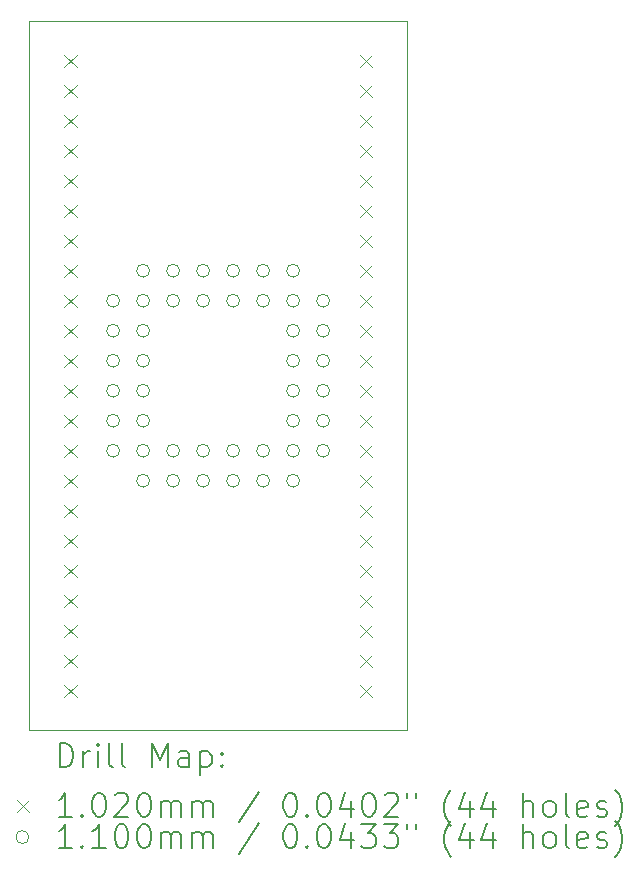
<source format=gbr>
%TF.GenerationSoftware,KiCad,Pcbnew,8.0.5*%
%TF.CreationDate,2024-10-23T12:28:58+01:00*%
%TF.ProjectId,PLCC to DIP 44 True,504c4343-2074-46f2-9044-495020343420,rev?*%
%TF.SameCoordinates,Original*%
%TF.FileFunction,Drillmap*%
%TF.FilePolarity,Positive*%
%FSLAX45Y45*%
G04 Gerber Fmt 4.5, Leading zero omitted, Abs format (unit mm)*
G04 Created by KiCad (PCBNEW 8.0.5) date 2024-10-23 12:28:58*
%MOMM*%
%LPD*%
G01*
G04 APERTURE LIST*
%ADD10C,0.050000*%
%ADD11C,0.200000*%
%ADD12C,0.102000*%
%ADD13C,0.110000*%
G04 APERTURE END LIST*
D10*
X11400000Y-5300000D02*
X14600000Y-5300000D01*
X14600000Y-11300000D01*
X11400000Y-11300000D01*
X11400000Y-5300000D01*
X11400000Y-5300000D02*
X14600000Y-5300000D01*
X14600000Y-11300000D01*
X11400000Y-11300000D01*
X11400000Y-5300000D01*
D11*
D12*
X11699000Y-5582000D02*
X11801000Y-5684000D01*
X11801000Y-5582000D02*
X11699000Y-5684000D01*
X11699000Y-5836000D02*
X11801000Y-5938000D01*
X11801000Y-5836000D02*
X11699000Y-5938000D01*
X11699000Y-6090000D02*
X11801000Y-6192000D01*
X11801000Y-6090000D02*
X11699000Y-6192000D01*
X11699000Y-6344000D02*
X11801000Y-6446000D01*
X11801000Y-6344000D02*
X11699000Y-6446000D01*
X11699000Y-6598000D02*
X11801000Y-6700000D01*
X11801000Y-6598000D02*
X11699000Y-6700000D01*
X11699000Y-6852000D02*
X11801000Y-6954000D01*
X11801000Y-6852000D02*
X11699000Y-6954000D01*
X11699000Y-7106000D02*
X11801000Y-7208000D01*
X11801000Y-7106000D02*
X11699000Y-7208000D01*
X11699000Y-7360000D02*
X11801000Y-7462000D01*
X11801000Y-7360000D02*
X11699000Y-7462000D01*
X11699000Y-7614000D02*
X11801000Y-7716000D01*
X11801000Y-7614000D02*
X11699000Y-7716000D01*
X11699000Y-7868000D02*
X11801000Y-7970000D01*
X11801000Y-7868000D02*
X11699000Y-7970000D01*
X11699000Y-8122000D02*
X11801000Y-8224000D01*
X11801000Y-8122000D02*
X11699000Y-8224000D01*
X11699000Y-8376000D02*
X11801000Y-8478000D01*
X11801000Y-8376000D02*
X11699000Y-8478000D01*
X11699000Y-8630000D02*
X11801000Y-8732000D01*
X11801000Y-8630000D02*
X11699000Y-8732000D01*
X11699000Y-8884000D02*
X11801000Y-8986000D01*
X11801000Y-8884000D02*
X11699000Y-8986000D01*
X11699000Y-9138000D02*
X11801000Y-9240000D01*
X11801000Y-9138000D02*
X11699000Y-9240000D01*
X11699000Y-9392000D02*
X11801000Y-9494000D01*
X11801000Y-9392000D02*
X11699000Y-9494000D01*
X11699000Y-9646000D02*
X11801000Y-9748000D01*
X11801000Y-9646000D02*
X11699000Y-9748000D01*
X11699000Y-9900000D02*
X11801000Y-10002000D01*
X11801000Y-9900000D02*
X11699000Y-10002000D01*
X11699000Y-10154000D02*
X11801000Y-10256000D01*
X11801000Y-10154000D02*
X11699000Y-10256000D01*
X11699000Y-10408000D02*
X11801000Y-10510000D01*
X11801000Y-10408000D02*
X11699000Y-10510000D01*
X11699000Y-10662000D02*
X11801000Y-10764000D01*
X11801000Y-10662000D02*
X11699000Y-10764000D01*
X11699000Y-10916000D02*
X11801000Y-11018000D01*
X11801000Y-10916000D02*
X11699000Y-11018000D01*
X14199000Y-5582000D02*
X14301000Y-5684000D01*
X14301000Y-5582000D02*
X14199000Y-5684000D01*
X14199000Y-5836000D02*
X14301000Y-5938000D01*
X14301000Y-5836000D02*
X14199000Y-5938000D01*
X14199000Y-6090000D02*
X14301000Y-6192000D01*
X14301000Y-6090000D02*
X14199000Y-6192000D01*
X14199000Y-6344000D02*
X14301000Y-6446000D01*
X14301000Y-6344000D02*
X14199000Y-6446000D01*
X14199000Y-6598000D02*
X14301000Y-6700000D01*
X14301000Y-6598000D02*
X14199000Y-6700000D01*
X14199000Y-6852000D02*
X14301000Y-6954000D01*
X14301000Y-6852000D02*
X14199000Y-6954000D01*
X14199000Y-7106000D02*
X14301000Y-7208000D01*
X14301000Y-7106000D02*
X14199000Y-7208000D01*
X14199000Y-7360000D02*
X14301000Y-7462000D01*
X14301000Y-7360000D02*
X14199000Y-7462000D01*
X14199000Y-7614000D02*
X14301000Y-7716000D01*
X14301000Y-7614000D02*
X14199000Y-7716000D01*
X14199000Y-7868000D02*
X14301000Y-7970000D01*
X14301000Y-7868000D02*
X14199000Y-7970000D01*
X14199000Y-8122000D02*
X14301000Y-8224000D01*
X14301000Y-8122000D02*
X14199000Y-8224000D01*
X14199000Y-8376000D02*
X14301000Y-8478000D01*
X14301000Y-8376000D02*
X14199000Y-8478000D01*
X14199000Y-8630000D02*
X14301000Y-8732000D01*
X14301000Y-8630000D02*
X14199000Y-8732000D01*
X14199000Y-8884000D02*
X14301000Y-8986000D01*
X14301000Y-8884000D02*
X14199000Y-8986000D01*
X14199000Y-9138000D02*
X14301000Y-9240000D01*
X14301000Y-9138000D02*
X14199000Y-9240000D01*
X14199000Y-9392000D02*
X14301000Y-9494000D01*
X14301000Y-9392000D02*
X14199000Y-9494000D01*
X14199000Y-9646000D02*
X14301000Y-9748000D01*
X14301000Y-9646000D02*
X14199000Y-9748000D01*
X14199000Y-9900000D02*
X14301000Y-10002000D01*
X14301000Y-9900000D02*
X14199000Y-10002000D01*
X14199000Y-10154000D02*
X14301000Y-10256000D01*
X14301000Y-10154000D02*
X14199000Y-10256000D01*
X14199000Y-10408000D02*
X14301000Y-10510000D01*
X14301000Y-10408000D02*
X14199000Y-10510000D01*
X14199000Y-10662000D02*
X14301000Y-10764000D01*
X14301000Y-10662000D02*
X14199000Y-10764000D01*
X14199000Y-10916000D02*
X14301000Y-11018000D01*
X14301000Y-10916000D02*
X14199000Y-11018000D01*
D13*
X12166000Y-7665000D02*
G75*
G02*
X12056000Y-7665000I-55000J0D01*
G01*
X12056000Y-7665000D02*
G75*
G02*
X12166000Y-7665000I55000J0D01*
G01*
X12166000Y-7919000D02*
G75*
G02*
X12056000Y-7919000I-55000J0D01*
G01*
X12056000Y-7919000D02*
G75*
G02*
X12166000Y-7919000I55000J0D01*
G01*
X12166000Y-8173000D02*
G75*
G02*
X12056000Y-8173000I-55000J0D01*
G01*
X12056000Y-8173000D02*
G75*
G02*
X12166000Y-8173000I55000J0D01*
G01*
X12166000Y-8427000D02*
G75*
G02*
X12056000Y-8427000I-55000J0D01*
G01*
X12056000Y-8427000D02*
G75*
G02*
X12166000Y-8427000I55000J0D01*
G01*
X12166000Y-8681000D02*
G75*
G02*
X12056000Y-8681000I-55000J0D01*
G01*
X12056000Y-8681000D02*
G75*
G02*
X12166000Y-8681000I55000J0D01*
G01*
X12166000Y-8935000D02*
G75*
G02*
X12056000Y-8935000I-55000J0D01*
G01*
X12056000Y-8935000D02*
G75*
G02*
X12166000Y-8935000I55000J0D01*
G01*
X12420000Y-7411000D02*
G75*
G02*
X12310000Y-7411000I-55000J0D01*
G01*
X12310000Y-7411000D02*
G75*
G02*
X12420000Y-7411000I55000J0D01*
G01*
X12420000Y-7665000D02*
G75*
G02*
X12310000Y-7665000I-55000J0D01*
G01*
X12310000Y-7665000D02*
G75*
G02*
X12420000Y-7665000I55000J0D01*
G01*
X12420000Y-7919000D02*
G75*
G02*
X12310000Y-7919000I-55000J0D01*
G01*
X12310000Y-7919000D02*
G75*
G02*
X12420000Y-7919000I55000J0D01*
G01*
X12420000Y-8173000D02*
G75*
G02*
X12310000Y-8173000I-55000J0D01*
G01*
X12310000Y-8173000D02*
G75*
G02*
X12420000Y-8173000I55000J0D01*
G01*
X12420000Y-8427000D02*
G75*
G02*
X12310000Y-8427000I-55000J0D01*
G01*
X12310000Y-8427000D02*
G75*
G02*
X12420000Y-8427000I55000J0D01*
G01*
X12420000Y-8681000D02*
G75*
G02*
X12310000Y-8681000I-55000J0D01*
G01*
X12310000Y-8681000D02*
G75*
G02*
X12420000Y-8681000I55000J0D01*
G01*
X12420000Y-8935000D02*
G75*
G02*
X12310000Y-8935000I-55000J0D01*
G01*
X12310000Y-8935000D02*
G75*
G02*
X12420000Y-8935000I55000J0D01*
G01*
X12420000Y-9189000D02*
G75*
G02*
X12310000Y-9189000I-55000J0D01*
G01*
X12310000Y-9189000D02*
G75*
G02*
X12420000Y-9189000I55000J0D01*
G01*
X12674000Y-7411000D02*
G75*
G02*
X12564000Y-7411000I-55000J0D01*
G01*
X12564000Y-7411000D02*
G75*
G02*
X12674000Y-7411000I55000J0D01*
G01*
X12674000Y-7665000D02*
G75*
G02*
X12564000Y-7665000I-55000J0D01*
G01*
X12564000Y-7665000D02*
G75*
G02*
X12674000Y-7665000I55000J0D01*
G01*
X12674000Y-8935000D02*
G75*
G02*
X12564000Y-8935000I-55000J0D01*
G01*
X12564000Y-8935000D02*
G75*
G02*
X12674000Y-8935000I55000J0D01*
G01*
X12674000Y-9189000D02*
G75*
G02*
X12564000Y-9189000I-55000J0D01*
G01*
X12564000Y-9189000D02*
G75*
G02*
X12674000Y-9189000I55000J0D01*
G01*
X12928000Y-7411000D02*
G75*
G02*
X12818000Y-7411000I-55000J0D01*
G01*
X12818000Y-7411000D02*
G75*
G02*
X12928000Y-7411000I55000J0D01*
G01*
X12928000Y-7665000D02*
G75*
G02*
X12818000Y-7665000I-55000J0D01*
G01*
X12818000Y-7665000D02*
G75*
G02*
X12928000Y-7665000I55000J0D01*
G01*
X12928000Y-8935000D02*
G75*
G02*
X12818000Y-8935000I-55000J0D01*
G01*
X12818000Y-8935000D02*
G75*
G02*
X12928000Y-8935000I55000J0D01*
G01*
X12928000Y-9189000D02*
G75*
G02*
X12818000Y-9189000I-55000J0D01*
G01*
X12818000Y-9189000D02*
G75*
G02*
X12928000Y-9189000I55000J0D01*
G01*
X13182000Y-7411000D02*
G75*
G02*
X13072000Y-7411000I-55000J0D01*
G01*
X13072000Y-7411000D02*
G75*
G02*
X13182000Y-7411000I55000J0D01*
G01*
X13182000Y-7665000D02*
G75*
G02*
X13072000Y-7665000I-55000J0D01*
G01*
X13072000Y-7665000D02*
G75*
G02*
X13182000Y-7665000I55000J0D01*
G01*
X13182000Y-8935000D02*
G75*
G02*
X13072000Y-8935000I-55000J0D01*
G01*
X13072000Y-8935000D02*
G75*
G02*
X13182000Y-8935000I55000J0D01*
G01*
X13182000Y-9189000D02*
G75*
G02*
X13072000Y-9189000I-55000J0D01*
G01*
X13072000Y-9189000D02*
G75*
G02*
X13182000Y-9189000I55000J0D01*
G01*
X13436000Y-7411000D02*
G75*
G02*
X13326000Y-7411000I-55000J0D01*
G01*
X13326000Y-7411000D02*
G75*
G02*
X13436000Y-7411000I55000J0D01*
G01*
X13436000Y-7665000D02*
G75*
G02*
X13326000Y-7665000I-55000J0D01*
G01*
X13326000Y-7665000D02*
G75*
G02*
X13436000Y-7665000I55000J0D01*
G01*
X13436000Y-8935000D02*
G75*
G02*
X13326000Y-8935000I-55000J0D01*
G01*
X13326000Y-8935000D02*
G75*
G02*
X13436000Y-8935000I55000J0D01*
G01*
X13436000Y-9189000D02*
G75*
G02*
X13326000Y-9189000I-55000J0D01*
G01*
X13326000Y-9189000D02*
G75*
G02*
X13436000Y-9189000I55000J0D01*
G01*
X13690000Y-7411000D02*
G75*
G02*
X13580000Y-7411000I-55000J0D01*
G01*
X13580000Y-7411000D02*
G75*
G02*
X13690000Y-7411000I55000J0D01*
G01*
X13690000Y-7665000D02*
G75*
G02*
X13580000Y-7665000I-55000J0D01*
G01*
X13580000Y-7665000D02*
G75*
G02*
X13690000Y-7665000I55000J0D01*
G01*
X13690000Y-7919000D02*
G75*
G02*
X13580000Y-7919000I-55000J0D01*
G01*
X13580000Y-7919000D02*
G75*
G02*
X13690000Y-7919000I55000J0D01*
G01*
X13690000Y-8173000D02*
G75*
G02*
X13580000Y-8173000I-55000J0D01*
G01*
X13580000Y-8173000D02*
G75*
G02*
X13690000Y-8173000I55000J0D01*
G01*
X13690000Y-8427000D02*
G75*
G02*
X13580000Y-8427000I-55000J0D01*
G01*
X13580000Y-8427000D02*
G75*
G02*
X13690000Y-8427000I55000J0D01*
G01*
X13690000Y-8681000D02*
G75*
G02*
X13580000Y-8681000I-55000J0D01*
G01*
X13580000Y-8681000D02*
G75*
G02*
X13690000Y-8681000I55000J0D01*
G01*
X13690000Y-8935000D02*
G75*
G02*
X13580000Y-8935000I-55000J0D01*
G01*
X13580000Y-8935000D02*
G75*
G02*
X13690000Y-8935000I55000J0D01*
G01*
X13690000Y-9189000D02*
G75*
G02*
X13580000Y-9189000I-55000J0D01*
G01*
X13580000Y-9189000D02*
G75*
G02*
X13690000Y-9189000I55000J0D01*
G01*
X13944000Y-7665000D02*
G75*
G02*
X13834000Y-7665000I-55000J0D01*
G01*
X13834000Y-7665000D02*
G75*
G02*
X13944000Y-7665000I55000J0D01*
G01*
X13944000Y-7919000D02*
G75*
G02*
X13834000Y-7919000I-55000J0D01*
G01*
X13834000Y-7919000D02*
G75*
G02*
X13944000Y-7919000I55000J0D01*
G01*
X13944000Y-8173000D02*
G75*
G02*
X13834000Y-8173000I-55000J0D01*
G01*
X13834000Y-8173000D02*
G75*
G02*
X13944000Y-8173000I55000J0D01*
G01*
X13944000Y-8427000D02*
G75*
G02*
X13834000Y-8427000I-55000J0D01*
G01*
X13834000Y-8427000D02*
G75*
G02*
X13944000Y-8427000I55000J0D01*
G01*
X13944000Y-8681000D02*
G75*
G02*
X13834000Y-8681000I-55000J0D01*
G01*
X13834000Y-8681000D02*
G75*
G02*
X13944000Y-8681000I55000J0D01*
G01*
X13944000Y-8935000D02*
G75*
G02*
X13834000Y-8935000I-55000J0D01*
G01*
X13834000Y-8935000D02*
G75*
G02*
X13944000Y-8935000I55000J0D01*
G01*
D11*
X11658277Y-11613984D02*
X11658277Y-11413984D01*
X11658277Y-11413984D02*
X11705896Y-11413984D01*
X11705896Y-11413984D02*
X11734467Y-11423508D01*
X11734467Y-11423508D02*
X11753515Y-11442555D01*
X11753515Y-11442555D02*
X11763039Y-11461603D01*
X11763039Y-11461603D02*
X11772562Y-11499698D01*
X11772562Y-11499698D02*
X11772562Y-11528269D01*
X11772562Y-11528269D02*
X11763039Y-11566365D01*
X11763039Y-11566365D02*
X11753515Y-11585412D01*
X11753515Y-11585412D02*
X11734467Y-11604460D01*
X11734467Y-11604460D02*
X11705896Y-11613984D01*
X11705896Y-11613984D02*
X11658277Y-11613984D01*
X11858277Y-11613984D02*
X11858277Y-11480650D01*
X11858277Y-11518746D02*
X11867801Y-11499698D01*
X11867801Y-11499698D02*
X11877324Y-11490174D01*
X11877324Y-11490174D02*
X11896372Y-11480650D01*
X11896372Y-11480650D02*
X11915420Y-11480650D01*
X11982086Y-11613984D02*
X11982086Y-11480650D01*
X11982086Y-11413984D02*
X11972562Y-11423508D01*
X11972562Y-11423508D02*
X11982086Y-11433031D01*
X11982086Y-11433031D02*
X11991610Y-11423508D01*
X11991610Y-11423508D02*
X11982086Y-11413984D01*
X11982086Y-11413984D02*
X11982086Y-11433031D01*
X12105896Y-11613984D02*
X12086848Y-11604460D01*
X12086848Y-11604460D02*
X12077324Y-11585412D01*
X12077324Y-11585412D02*
X12077324Y-11413984D01*
X12210658Y-11613984D02*
X12191610Y-11604460D01*
X12191610Y-11604460D02*
X12182086Y-11585412D01*
X12182086Y-11585412D02*
X12182086Y-11413984D01*
X12439229Y-11613984D02*
X12439229Y-11413984D01*
X12439229Y-11413984D02*
X12505896Y-11556841D01*
X12505896Y-11556841D02*
X12572562Y-11413984D01*
X12572562Y-11413984D02*
X12572562Y-11613984D01*
X12753515Y-11613984D02*
X12753515Y-11509222D01*
X12753515Y-11509222D02*
X12743991Y-11490174D01*
X12743991Y-11490174D02*
X12724943Y-11480650D01*
X12724943Y-11480650D02*
X12686848Y-11480650D01*
X12686848Y-11480650D02*
X12667801Y-11490174D01*
X12753515Y-11604460D02*
X12734467Y-11613984D01*
X12734467Y-11613984D02*
X12686848Y-11613984D01*
X12686848Y-11613984D02*
X12667801Y-11604460D01*
X12667801Y-11604460D02*
X12658277Y-11585412D01*
X12658277Y-11585412D02*
X12658277Y-11566365D01*
X12658277Y-11566365D02*
X12667801Y-11547317D01*
X12667801Y-11547317D02*
X12686848Y-11537793D01*
X12686848Y-11537793D02*
X12734467Y-11537793D01*
X12734467Y-11537793D02*
X12753515Y-11528269D01*
X12848753Y-11480650D02*
X12848753Y-11680650D01*
X12848753Y-11490174D02*
X12867801Y-11480650D01*
X12867801Y-11480650D02*
X12905896Y-11480650D01*
X12905896Y-11480650D02*
X12924943Y-11490174D01*
X12924943Y-11490174D02*
X12934467Y-11499698D01*
X12934467Y-11499698D02*
X12943991Y-11518746D01*
X12943991Y-11518746D02*
X12943991Y-11575888D01*
X12943991Y-11575888D02*
X12934467Y-11594936D01*
X12934467Y-11594936D02*
X12924943Y-11604460D01*
X12924943Y-11604460D02*
X12905896Y-11613984D01*
X12905896Y-11613984D02*
X12867801Y-11613984D01*
X12867801Y-11613984D02*
X12848753Y-11604460D01*
X13029705Y-11594936D02*
X13039229Y-11604460D01*
X13039229Y-11604460D02*
X13029705Y-11613984D01*
X13029705Y-11613984D02*
X13020182Y-11604460D01*
X13020182Y-11604460D02*
X13029705Y-11594936D01*
X13029705Y-11594936D02*
X13029705Y-11613984D01*
X13029705Y-11490174D02*
X13039229Y-11499698D01*
X13039229Y-11499698D02*
X13029705Y-11509222D01*
X13029705Y-11509222D02*
X13020182Y-11499698D01*
X13020182Y-11499698D02*
X13029705Y-11490174D01*
X13029705Y-11490174D02*
X13029705Y-11509222D01*
D12*
X11295500Y-11891500D02*
X11397500Y-11993500D01*
X11397500Y-11891500D02*
X11295500Y-11993500D01*
D11*
X11763039Y-12033984D02*
X11648753Y-12033984D01*
X11705896Y-12033984D02*
X11705896Y-11833984D01*
X11705896Y-11833984D02*
X11686848Y-11862555D01*
X11686848Y-11862555D02*
X11667801Y-11881603D01*
X11667801Y-11881603D02*
X11648753Y-11891127D01*
X11848753Y-12014936D02*
X11858277Y-12024460D01*
X11858277Y-12024460D02*
X11848753Y-12033984D01*
X11848753Y-12033984D02*
X11839229Y-12024460D01*
X11839229Y-12024460D02*
X11848753Y-12014936D01*
X11848753Y-12014936D02*
X11848753Y-12033984D01*
X11982086Y-11833984D02*
X12001134Y-11833984D01*
X12001134Y-11833984D02*
X12020182Y-11843508D01*
X12020182Y-11843508D02*
X12029705Y-11853031D01*
X12029705Y-11853031D02*
X12039229Y-11872079D01*
X12039229Y-11872079D02*
X12048753Y-11910174D01*
X12048753Y-11910174D02*
X12048753Y-11957793D01*
X12048753Y-11957793D02*
X12039229Y-11995888D01*
X12039229Y-11995888D02*
X12029705Y-12014936D01*
X12029705Y-12014936D02*
X12020182Y-12024460D01*
X12020182Y-12024460D02*
X12001134Y-12033984D01*
X12001134Y-12033984D02*
X11982086Y-12033984D01*
X11982086Y-12033984D02*
X11963039Y-12024460D01*
X11963039Y-12024460D02*
X11953515Y-12014936D01*
X11953515Y-12014936D02*
X11943991Y-11995888D01*
X11943991Y-11995888D02*
X11934467Y-11957793D01*
X11934467Y-11957793D02*
X11934467Y-11910174D01*
X11934467Y-11910174D02*
X11943991Y-11872079D01*
X11943991Y-11872079D02*
X11953515Y-11853031D01*
X11953515Y-11853031D02*
X11963039Y-11843508D01*
X11963039Y-11843508D02*
X11982086Y-11833984D01*
X12124943Y-11853031D02*
X12134467Y-11843508D01*
X12134467Y-11843508D02*
X12153515Y-11833984D01*
X12153515Y-11833984D02*
X12201134Y-11833984D01*
X12201134Y-11833984D02*
X12220182Y-11843508D01*
X12220182Y-11843508D02*
X12229705Y-11853031D01*
X12229705Y-11853031D02*
X12239229Y-11872079D01*
X12239229Y-11872079D02*
X12239229Y-11891127D01*
X12239229Y-11891127D02*
X12229705Y-11919698D01*
X12229705Y-11919698D02*
X12115420Y-12033984D01*
X12115420Y-12033984D02*
X12239229Y-12033984D01*
X12363039Y-11833984D02*
X12382086Y-11833984D01*
X12382086Y-11833984D02*
X12401134Y-11843508D01*
X12401134Y-11843508D02*
X12410658Y-11853031D01*
X12410658Y-11853031D02*
X12420182Y-11872079D01*
X12420182Y-11872079D02*
X12429705Y-11910174D01*
X12429705Y-11910174D02*
X12429705Y-11957793D01*
X12429705Y-11957793D02*
X12420182Y-11995888D01*
X12420182Y-11995888D02*
X12410658Y-12014936D01*
X12410658Y-12014936D02*
X12401134Y-12024460D01*
X12401134Y-12024460D02*
X12382086Y-12033984D01*
X12382086Y-12033984D02*
X12363039Y-12033984D01*
X12363039Y-12033984D02*
X12343991Y-12024460D01*
X12343991Y-12024460D02*
X12334467Y-12014936D01*
X12334467Y-12014936D02*
X12324943Y-11995888D01*
X12324943Y-11995888D02*
X12315420Y-11957793D01*
X12315420Y-11957793D02*
X12315420Y-11910174D01*
X12315420Y-11910174D02*
X12324943Y-11872079D01*
X12324943Y-11872079D02*
X12334467Y-11853031D01*
X12334467Y-11853031D02*
X12343991Y-11843508D01*
X12343991Y-11843508D02*
X12363039Y-11833984D01*
X12515420Y-12033984D02*
X12515420Y-11900650D01*
X12515420Y-11919698D02*
X12524943Y-11910174D01*
X12524943Y-11910174D02*
X12543991Y-11900650D01*
X12543991Y-11900650D02*
X12572563Y-11900650D01*
X12572563Y-11900650D02*
X12591610Y-11910174D01*
X12591610Y-11910174D02*
X12601134Y-11929222D01*
X12601134Y-11929222D02*
X12601134Y-12033984D01*
X12601134Y-11929222D02*
X12610658Y-11910174D01*
X12610658Y-11910174D02*
X12629705Y-11900650D01*
X12629705Y-11900650D02*
X12658277Y-11900650D01*
X12658277Y-11900650D02*
X12677324Y-11910174D01*
X12677324Y-11910174D02*
X12686848Y-11929222D01*
X12686848Y-11929222D02*
X12686848Y-12033984D01*
X12782086Y-12033984D02*
X12782086Y-11900650D01*
X12782086Y-11919698D02*
X12791610Y-11910174D01*
X12791610Y-11910174D02*
X12810658Y-11900650D01*
X12810658Y-11900650D02*
X12839229Y-11900650D01*
X12839229Y-11900650D02*
X12858277Y-11910174D01*
X12858277Y-11910174D02*
X12867801Y-11929222D01*
X12867801Y-11929222D02*
X12867801Y-12033984D01*
X12867801Y-11929222D02*
X12877324Y-11910174D01*
X12877324Y-11910174D02*
X12896372Y-11900650D01*
X12896372Y-11900650D02*
X12924943Y-11900650D01*
X12924943Y-11900650D02*
X12943991Y-11910174D01*
X12943991Y-11910174D02*
X12953515Y-11929222D01*
X12953515Y-11929222D02*
X12953515Y-12033984D01*
X13343991Y-11824460D02*
X13172563Y-12081603D01*
X13601134Y-11833984D02*
X13620182Y-11833984D01*
X13620182Y-11833984D02*
X13639229Y-11843508D01*
X13639229Y-11843508D02*
X13648753Y-11853031D01*
X13648753Y-11853031D02*
X13658277Y-11872079D01*
X13658277Y-11872079D02*
X13667801Y-11910174D01*
X13667801Y-11910174D02*
X13667801Y-11957793D01*
X13667801Y-11957793D02*
X13658277Y-11995888D01*
X13658277Y-11995888D02*
X13648753Y-12014936D01*
X13648753Y-12014936D02*
X13639229Y-12024460D01*
X13639229Y-12024460D02*
X13620182Y-12033984D01*
X13620182Y-12033984D02*
X13601134Y-12033984D01*
X13601134Y-12033984D02*
X13582086Y-12024460D01*
X13582086Y-12024460D02*
X13572563Y-12014936D01*
X13572563Y-12014936D02*
X13563039Y-11995888D01*
X13563039Y-11995888D02*
X13553515Y-11957793D01*
X13553515Y-11957793D02*
X13553515Y-11910174D01*
X13553515Y-11910174D02*
X13563039Y-11872079D01*
X13563039Y-11872079D02*
X13572563Y-11853031D01*
X13572563Y-11853031D02*
X13582086Y-11843508D01*
X13582086Y-11843508D02*
X13601134Y-11833984D01*
X13753515Y-12014936D02*
X13763039Y-12024460D01*
X13763039Y-12024460D02*
X13753515Y-12033984D01*
X13753515Y-12033984D02*
X13743991Y-12024460D01*
X13743991Y-12024460D02*
X13753515Y-12014936D01*
X13753515Y-12014936D02*
X13753515Y-12033984D01*
X13886848Y-11833984D02*
X13905896Y-11833984D01*
X13905896Y-11833984D02*
X13924944Y-11843508D01*
X13924944Y-11843508D02*
X13934467Y-11853031D01*
X13934467Y-11853031D02*
X13943991Y-11872079D01*
X13943991Y-11872079D02*
X13953515Y-11910174D01*
X13953515Y-11910174D02*
X13953515Y-11957793D01*
X13953515Y-11957793D02*
X13943991Y-11995888D01*
X13943991Y-11995888D02*
X13934467Y-12014936D01*
X13934467Y-12014936D02*
X13924944Y-12024460D01*
X13924944Y-12024460D02*
X13905896Y-12033984D01*
X13905896Y-12033984D02*
X13886848Y-12033984D01*
X13886848Y-12033984D02*
X13867801Y-12024460D01*
X13867801Y-12024460D02*
X13858277Y-12014936D01*
X13858277Y-12014936D02*
X13848753Y-11995888D01*
X13848753Y-11995888D02*
X13839229Y-11957793D01*
X13839229Y-11957793D02*
X13839229Y-11910174D01*
X13839229Y-11910174D02*
X13848753Y-11872079D01*
X13848753Y-11872079D02*
X13858277Y-11853031D01*
X13858277Y-11853031D02*
X13867801Y-11843508D01*
X13867801Y-11843508D02*
X13886848Y-11833984D01*
X14124944Y-11900650D02*
X14124944Y-12033984D01*
X14077325Y-11824460D02*
X14029706Y-11967317D01*
X14029706Y-11967317D02*
X14153515Y-11967317D01*
X14267801Y-11833984D02*
X14286848Y-11833984D01*
X14286848Y-11833984D02*
X14305896Y-11843508D01*
X14305896Y-11843508D02*
X14315420Y-11853031D01*
X14315420Y-11853031D02*
X14324944Y-11872079D01*
X14324944Y-11872079D02*
X14334467Y-11910174D01*
X14334467Y-11910174D02*
X14334467Y-11957793D01*
X14334467Y-11957793D02*
X14324944Y-11995888D01*
X14324944Y-11995888D02*
X14315420Y-12014936D01*
X14315420Y-12014936D02*
X14305896Y-12024460D01*
X14305896Y-12024460D02*
X14286848Y-12033984D01*
X14286848Y-12033984D02*
X14267801Y-12033984D01*
X14267801Y-12033984D02*
X14248753Y-12024460D01*
X14248753Y-12024460D02*
X14239229Y-12014936D01*
X14239229Y-12014936D02*
X14229706Y-11995888D01*
X14229706Y-11995888D02*
X14220182Y-11957793D01*
X14220182Y-11957793D02*
X14220182Y-11910174D01*
X14220182Y-11910174D02*
X14229706Y-11872079D01*
X14229706Y-11872079D02*
X14239229Y-11853031D01*
X14239229Y-11853031D02*
X14248753Y-11843508D01*
X14248753Y-11843508D02*
X14267801Y-11833984D01*
X14410658Y-11853031D02*
X14420182Y-11843508D01*
X14420182Y-11843508D02*
X14439229Y-11833984D01*
X14439229Y-11833984D02*
X14486848Y-11833984D01*
X14486848Y-11833984D02*
X14505896Y-11843508D01*
X14505896Y-11843508D02*
X14515420Y-11853031D01*
X14515420Y-11853031D02*
X14524944Y-11872079D01*
X14524944Y-11872079D02*
X14524944Y-11891127D01*
X14524944Y-11891127D02*
X14515420Y-11919698D01*
X14515420Y-11919698D02*
X14401134Y-12033984D01*
X14401134Y-12033984D02*
X14524944Y-12033984D01*
X14601134Y-11833984D02*
X14601134Y-11872079D01*
X14677325Y-11833984D02*
X14677325Y-11872079D01*
X14972563Y-12110174D02*
X14963039Y-12100650D01*
X14963039Y-12100650D02*
X14943991Y-12072079D01*
X14943991Y-12072079D02*
X14934468Y-12053031D01*
X14934468Y-12053031D02*
X14924944Y-12024460D01*
X14924944Y-12024460D02*
X14915420Y-11976841D01*
X14915420Y-11976841D02*
X14915420Y-11938746D01*
X14915420Y-11938746D02*
X14924944Y-11891127D01*
X14924944Y-11891127D02*
X14934468Y-11862555D01*
X14934468Y-11862555D02*
X14943991Y-11843508D01*
X14943991Y-11843508D02*
X14963039Y-11814936D01*
X14963039Y-11814936D02*
X14972563Y-11805412D01*
X15134468Y-11900650D02*
X15134468Y-12033984D01*
X15086848Y-11824460D02*
X15039229Y-11967317D01*
X15039229Y-11967317D02*
X15163039Y-11967317D01*
X15324944Y-11900650D02*
X15324944Y-12033984D01*
X15277325Y-11824460D02*
X15229706Y-11967317D01*
X15229706Y-11967317D02*
X15353515Y-11967317D01*
X15582087Y-12033984D02*
X15582087Y-11833984D01*
X15667801Y-12033984D02*
X15667801Y-11929222D01*
X15667801Y-11929222D02*
X15658277Y-11910174D01*
X15658277Y-11910174D02*
X15639230Y-11900650D01*
X15639230Y-11900650D02*
X15610658Y-11900650D01*
X15610658Y-11900650D02*
X15591610Y-11910174D01*
X15591610Y-11910174D02*
X15582087Y-11919698D01*
X15791610Y-12033984D02*
X15772563Y-12024460D01*
X15772563Y-12024460D02*
X15763039Y-12014936D01*
X15763039Y-12014936D02*
X15753515Y-11995888D01*
X15753515Y-11995888D02*
X15753515Y-11938746D01*
X15753515Y-11938746D02*
X15763039Y-11919698D01*
X15763039Y-11919698D02*
X15772563Y-11910174D01*
X15772563Y-11910174D02*
X15791610Y-11900650D01*
X15791610Y-11900650D02*
X15820182Y-11900650D01*
X15820182Y-11900650D02*
X15839230Y-11910174D01*
X15839230Y-11910174D02*
X15848753Y-11919698D01*
X15848753Y-11919698D02*
X15858277Y-11938746D01*
X15858277Y-11938746D02*
X15858277Y-11995888D01*
X15858277Y-11995888D02*
X15848753Y-12014936D01*
X15848753Y-12014936D02*
X15839230Y-12024460D01*
X15839230Y-12024460D02*
X15820182Y-12033984D01*
X15820182Y-12033984D02*
X15791610Y-12033984D01*
X15972563Y-12033984D02*
X15953515Y-12024460D01*
X15953515Y-12024460D02*
X15943991Y-12005412D01*
X15943991Y-12005412D02*
X15943991Y-11833984D01*
X16124944Y-12024460D02*
X16105896Y-12033984D01*
X16105896Y-12033984D02*
X16067801Y-12033984D01*
X16067801Y-12033984D02*
X16048753Y-12024460D01*
X16048753Y-12024460D02*
X16039230Y-12005412D01*
X16039230Y-12005412D02*
X16039230Y-11929222D01*
X16039230Y-11929222D02*
X16048753Y-11910174D01*
X16048753Y-11910174D02*
X16067801Y-11900650D01*
X16067801Y-11900650D02*
X16105896Y-11900650D01*
X16105896Y-11900650D02*
X16124944Y-11910174D01*
X16124944Y-11910174D02*
X16134468Y-11929222D01*
X16134468Y-11929222D02*
X16134468Y-11948269D01*
X16134468Y-11948269D02*
X16039230Y-11967317D01*
X16210658Y-12024460D02*
X16229706Y-12033984D01*
X16229706Y-12033984D02*
X16267801Y-12033984D01*
X16267801Y-12033984D02*
X16286849Y-12024460D01*
X16286849Y-12024460D02*
X16296372Y-12005412D01*
X16296372Y-12005412D02*
X16296372Y-11995888D01*
X16296372Y-11995888D02*
X16286849Y-11976841D01*
X16286849Y-11976841D02*
X16267801Y-11967317D01*
X16267801Y-11967317D02*
X16239230Y-11967317D01*
X16239230Y-11967317D02*
X16220182Y-11957793D01*
X16220182Y-11957793D02*
X16210658Y-11938746D01*
X16210658Y-11938746D02*
X16210658Y-11929222D01*
X16210658Y-11929222D02*
X16220182Y-11910174D01*
X16220182Y-11910174D02*
X16239230Y-11900650D01*
X16239230Y-11900650D02*
X16267801Y-11900650D01*
X16267801Y-11900650D02*
X16286849Y-11910174D01*
X16363039Y-12110174D02*
X16372563Y-12100650D01*
X16372563Y-12100650D02*
X16391611Y-12072079D01*
X16391611Y-12072079D02*
X16401134Y-12053031D01*
X16401134Y-12053031D02*
X16410658Y-12024460D01*
X16410658Y-12024460D02*
X16420182Y-11976841D01*
X16420182Y-11976841D02*
X16420182Y-11938746D01*
X16420182Y-11938746D02*
X16410658Y-11891127D01*
X16410658Y-11891127D02*
X16401134Y-11862555D01*
X16401134Y-11862555D02*
X16391611Y-11843508D01*
X16391611Y-11843508D02*
X16372563Y-11814936D01*
X16372563Y-11814936D02*
X16363039Y-11805412D01*
D13*
X11397500Y-12206500D02*
G75*
G02*
X11287500Y-12206500I-55000J0D01*
G01*
X11287500Y-12206500D02*
G75*
G02*
X11397500Y-12206500I55000J0D01*
G01*
D11*
X11763039Y-12297984D02*
X11648753Y-12297984D01*
X11705896Y-12297984D02*
X11705896Y-12097984D01*
X11705896Y-12097984D02*
X11686848Y-12126555D01*
X11686848Y-12126555D02*
X11667801Y-12145603D01*
X11667801Y-12145603D02*
X11648753Y-12155127D01*
X11848753Y-12278936D02*
X11858277Y-12288460D01*
X11858277Y-12288460D02*
X11848753Y-12297984D01*
X11848753Y-12297984D02*
X11839229Y-12288460D01*
X11839229Y-12288460D02*
X11848753Y-12278936D01*
X11848753Y-12278936D02*
X11848753Y-12297984D01*
X12048753Y-12297984D02*
X11934467Y-12297984D01*
X11991610Y-12297984D02*
X11991610Y-12097984D01*
X11991610Y-12097984D02*
X11972562Y-12126555D01*
X11972562Y-12126555D02*
X11953515Y-12145603D01*
X11953515Y-12145603D02*
X11934467Y-12155127D01*
X12172562Y-12097984D02*
X12191610Y-12097984D01*
X12191610Y-12097984D02*
X12210658Y-12107508D01*
X12210658Y-12107508D02*
X12220182Y-12117031D01*
X12220182Y-12117031D02*
X12229705Y-12136079D01*
X12229705Y-12136079D02*
X12239229Y-12174174D01*
X12239229Y-12174174D02*
X12239229Y-12221793D01*
X12239229Y-12221793D02*
X12229705Y-12259888D01*
X12229705Y-12259888D02*
X12220182Y-12278936D01*
X12220182Y-12278936D02*
X12210658Y-12288460D01*
X12210658Y-12288460D02*
X12191610Y-12297984D01*
X12191610Y-12297984D02*
X12172562Y-12297984D01*
X12172562Y-12297984D02*
X12153515Y-12288460D01*
X12153515Y-12288460D02*
X12143991Y-12278936D01*
X12143991Y-12278936D02*
X12134467Y-12259888D01*
X12134467Y-12259888D02*
X12124943Y-12221793D01*
X12124943Y-12221793D02*
X12124943Y-12174174D01*
X12124943Y-12174174D02*
X12134467Y-12136079D01*
X12134467Y-12136079D02*
X12143991Y-12117031D01*
X12143991Y-12117031D02*
X12153515Y-12107508D01*
X12153515Y-12107508D02*
X12172562Y-12097984D01*
X12363039Y-12097984D02*
X12382086Y-12097984D01*
X12382086Y-12097984D02*
X12401134Y-12107508D01*
X12401134Y-12107508D02*
X12410658Y-12117031D01*
X12410658Y-12117031D02*
X12420182Y-12136079D01*
X12420182Y-12136079D02*
X12429705Y-12174174D01*
X12429705Y-12174174D02*
X12429705Y-12221793D01*
X12429705Y-12221793D02*
X12420182Y-12259888D01*
X12420182Y-12259888D02*
X12410658Y-12278936D01*
X12410658Y-12278936D02*
X12401134Y-12288460D01*
X12401134Y-12288460D02*
X12382086Y-12297984D01*
X12382086Y-12297984D02*
X12363039Y-12297984D01*
X12363039Y-12297984D02*
X12343991Y-12288460D01*
X12343991Y-12288460D02*
X12334467Y-12278936D01*
X12334467Y-12278936D02*
X12324943Y-12259888D01*
X12324943Y-12259888D02*
X12315420Y-12221793D01*
X12315420Y-12221793D02*
X12315420Y-12174174D01*
X12315420Y-12174174D02*
X12324943Y-12136079D01*
X12324943Y-12136079D02*
X12334467Y-12117031D01*
X12334467Y-12117031D02*
X12343991Y-12107508D01*
X12343991Y-12107508D02*
X12363039Y-12097984D01*
X12515420Y-12297984D02*
X12515420Y-12164650D01*
X12515420Y-12183698D02*
X12524943Y-12174174D01*
X12524943Y-12174174D02*
X12543991Y-12164650D01*
X12543991Y-12164650D02*
X12572563Y-12164650D01*
X12572563Y-12164650D02*
X12591610Y-12174174D01*
X12591610Y-12174174D02*
X12601134Y-12193222D01*
X12601134Y-12193222D02*
X12601134Y-12297984D01*
X12601134Y-12193222D02*
X12610658Y-12174174D01*
X12610658Y-12174174D02*
X12629705Y-12164650D01*
X12629705Y-12164650D02*
X12658277Y-12164650D01*
X12658277Y-12164650D02*
X12677324Y-12174174D01*
X12677324Y-12174174D02*
X12686848Y-12193222D01*
X12686848Y-12193222D02*
X12686848Y-12297984D01*
X12782086Y-12297984D02*
X12782086Y-12164650D01*
X12782086Y-12183698D02*
X12791610Y-12174174D01*
X12791610Y-12174174D02*
X12810658Y-12164650D01*
X12810658Y-12164650D02*
X12839229Y-12164650D01*
X12839229Y-12164650D02*
X12858277Y-12174174D01*
X12858277Y-12174174D02*
X12867801Y-12193222D01*
X12867801Y-12193222D02*
X12867801Y-12297984D01*
X12867801Y-12193222D02*
X12877324Y-12174174D01*
X12877324Y-12174174D02*
X12896372Y-12164650D01*
X12896372Y-12164650D02*
X12924943Y-12164650D01*
X12924943Y-12164650D02*
X12943991Y-12174174D01*
X12943991Y-12174174D02*
X12953515Y-12193222D01*
X12953515Y-12193222D02*
X12953515Y-12297984D01*
X13343991Y-12088460D02*
X13172563Y-12345603D01*
X13601134Y-12097984D02*
X13620182Y-12097984D01*
X13620182Y-12097984D02*
X13639229Y-12107508D01*
X13639229Y-12107508D02*
X13648753Y-12117031D01*
X13648753Y-12117031D02*
X13658277Y-12136079D01*
X13658277Y-12136079D02*
X13667801Y-12174174D01*
X13667801Y-12174174D02*
X13667801Y-12221793D01*
X13667801Y-12221793D02*
X13658277Y-12259888D01*
X13658277Y-12259888D02*
X13648753Y-12278936D01*
X13648753Y-12278936D02*
X13639229Y-12288460D01*
X13639229Y-12288460D02*
X13620182Y-12297984D01*
X13620182Y-12297984D02*
X13601134Y-12297984D01*
X13601134Y-12297984D02*
X13582086Y-12288460D01*
X13582086Y-12288460D02*
X13572563Y-12278936D01*
X13572563Y-12278936D02*
X13563039Y-12259888D01*
X13563039Y-12259888D02*
X13553515Y-12221793D01*
X13553515Y-12221793D02*
X13553515Y-12174174D01*
X13553515Y-12174174D02*
X13563039Y-12136079D01*
X13563039Y-12136079D02*
X13572563Y-12117031D01*
X13572563Y-12117031D02*
X13582086Y-12107508D01*
X13582086Y-12107508D02*
X13601134Y-12097984D01*
X13753515Y-12278936D02*
X13763039Y-12288460D01*
X13763039Y-12288460D02*
X13753515Y-12297984D01*
X13753515Y-12297984D02*
X13743991Y-12288460D01*
X13743991Y-12288460D02*
X13753515Y-12278936D01*
X13753515Y-12278936D02*
X13753515Y-12297984D01*
X13886848Y-12097984D02*
X13905896Y-12097984D01*
X13905896Y-12097984D02*
X13924944Y-12107508D01*
X13924944Y-12107508D02*
X13934467Y-12117031D01*
X13934467Y-12117031D02*
X13943991Y-12136079D01*
X13943991Y-12136079D02*
X13953515Y-12174174D01*
X13953515Y-12174174D02*
X13953515Y-12221793D01*
X13953515Y-12221793D02*
X13943991Y-12259888D01*
X13943991Y-12259888D02*
X13934467Y-12278936D01*
X13934467Y-12278936D02*
X13924944Y-12288460D01*
X13924944Y-12288460D02*
X13905896Y-12297984D01*
X13905896Y-12297984D02*
X13886848Y-12297984D01*
X13886848Y-12297984D02*
X13867801Y-12288460D01*
X13867801Y-12288460D02*
X13858277Y-12278936D01*
X13858277Y-12278936D02*
X13848753Y-12259888D01*
X13848753Y-12259888D02*
X13839229Y-12221793D01*
X13839229Y-12221793D02*
X13839229Y-12174174D01*
X13839229Y-12174174D02*
X13848753Y-12136079D01*
X13848753Y-12136079D02*
X13858277Y-12117031D01*
X13858277Y-12117031D02*
X13867801Y-12107508D01*
X13867801Y-12107508D02*
X13886848Y-12097984D01*
X14124944Y-12164650D02*
X14124944Y-12297984D01*
X14077325Y-12088460D02*
X14029706Y-12231317D01*
X14029706Y-12231317D02*
X14153515Y-12231317D01*
X14210658Y-12097984D02*
X14334467Y-12097984D01*
X14334467Y-12097984D02*
X14267801Y-12174174D01*
X14267801Y-12174174D02*
X14296372Y-12174174D01*
X14296372Y-12174174D02*
X14315420Y-12183698D01*
X14315420Y-12183698D02*
X14324944Y-12193222D01*
X14324944Y-12193222D02*
X14334467Y-12212269D01*
X14334467Y-12212269D02*
X14334467Y-12259888D01*
X14334467Y-12259888D02*
X14324944Y-12278936D01*
X14324944Y-12278936D02*
X14315420Y-12288460D01*
X14315420Y-12288460D02*
X14296372Y-12297984D01*
X14296372Y-12297984D02*
X14239229Y-12297984D01*
X14239229Y-12297984D02*
X14220182Y-12288460D01*
X14220182Y-12288460D02*
X14210658Y-12278936D01*
X14401134Y-12097984D02*
X14524944Y-12097984D01*
X14524944Y-12097984D02*
X14458277Y-12174174D01*
X14458277Y-12174174D02*
X14486848Y-12174174D01*
X14486848Y-12174174D02*
X14505896Y-12183698D01*
X14505896Y-12183698D02*
X14515420Y-12193222D01*
X14515420Y-12193222D02*
X14524944Y-12212269D01*
X14524944Y-12212269D02*
X14524944Y-12259888D01*
X14524944Y-12259888D02*
X14515420Y-12278936D01*
X14515420Y-12278936D02*
X14505896Y-12288460D01*
X14505896Y-12288460D02*
X14486848Y-12297984D01*
X14486848Y-12297984D02*
X14429706Y-12297984D01*
X14429706Y-12297984D02*
X14410658Y-12288460D01*
X14410658Y-12288460D02*
X14401134Y-12278936D01*
X14601134Y-12097984D02*
X14601134Y-12136079D01*
X14677325Y-12097984D02*
X14677325Y-12136079D01*
X14972563Y-12374174D02*
X14963039Y-12364650D01*
X14963039Y-12364650D02*
X14943991Y-12336079D01*
X14943991Y-12336079D02*
X14934468Y-12317031D01*
X14934468Y-12317031D02*
X14924944Y-12288460D01*
X14924944Y-12288460D02*
X14915420Y-12240841D01*
X14915420Y-12240841D02*
X14915420Y-12202746D01*
X14915420Y-12202746D02*
X14924944Y-12155127D01*
X14924944Y-12155127D02*
X14934468Y-12126555D01*
X14934468Y-12126555D02*
X14943991Y-12107508D01*
X14943991Y-12107508D02*
X14963039Y-12078936D01*
X14963039Y-12078936D02*
X14972563Y-12069412D01*
X15134468Y-12164650D02*
X15134468Y-12297984D01*
X15086848Y-12088460D02*
X15039229Y-12231317D01*
X15039229Y-12231317D02*
X15163039Y-12231317D01*
X15324944Y-12164650D02*
X15324944Y-12297984D01*
X15277325Y-12088460D02*
X15229706Y-12231317D01*
X15229706Y-12231317D02*
X15353515Y-12231317D01*
X15582087Y-12297984D02*
X15582087Y-12097984D01*
X15667801Y-12297984D02*
X15667801Y-12193222D01*
X15667801Y-12193222D02*
X15658277Y-12174174D01*
X15658277Y-12174174D02*
X15639230Y-12164650D01*
X15639230Y-12164650D02*
X15610658Y-12164650D01*
X15610658Y-12164650D02*
X15591610Y-12174174D01*
X15591610Y-12174174D02*
X15582087Y-12183698D01*
X15791610Y-12297984D02*
X15772563Y-12288460D01*
X15772563Y-12288460D02*
X15763039Y-12278936D01*
X15763039Y-12278936D02*
X15753515Y-12259888D01*
X15753515Y-12259888D02*
X15753515Y-12202746D01*
X15753515Y-12202746D02*
X15763039Y-12183698D01*
X15763039Y-12183698D02*
X15772563Y-12174174D01*
X15772563Y-12174174D02*
X15791610Y-12164650D01*
X15791610Y-12164650D02*
X15820182Y-12164650D01*
X15820182Y-12164650D02*
X15839230Y-12174174D01*
X15839230Y-12174174D02*
X15848753Y-12183698D01*
X15848753Y-12183698D02*
X15858277Y-12202746D01*
X15858277Y-12202746D02*
X15858277Y-12259888D01*
X15858277Y-12259888D02*
X15848753Y-12278936D01*
X15848753Y-12278936D02*
X15839230Y-12288460D01*
X15839230Y-12288460D02*
X15820182Y-12297984D01*
X15820182Y-12297984D02*
X15791610Y-12297984D01*
X15972563Y-12297984D02*
X15953515Y-12288460D01*
X15953515Y-12288460D02*
X15943991Y-12269412D01*
X15943991Y-12269412D02*
X15943991Y-12097984D01*
X16124944Y-12288460D02*
X16105896Y-12297984D01*
X16105896Y-12297984D02*
X16067801Y-12297984D01*
X16067801Y-12297984D02*
X16048753Y-12288460D01*
X16048753Y-12288460D02*
X16039230Y-12269412D01*
X16039230Y-12269412D02*
X16039230Y-12193222D01*
X16039230Y-12193222D02*
X16048753Y-12174174D01*
X16048753Y-12174174D02*
X16067801Y-12164650D01*
X16067801Y-12164650D02*
X16105896Y-12164650D01*
X16105896Y-12164650D02*
X16124944Y-12174174D01*
X16124944Y-12174174D02*
X16134468Y-12193222D01*
X16134468Y-12193222D02*
X16134468Y-12212269D01*
X16134468Y-12212269D02*
X16039230Y-12231317D01*
X16210658Y-12288460D02*
X16229706Y-12297984D01*
X16229706Y-12297984D02*
X16267801Y-12297984D01*
X16267801Y-12297984D02*
X16286849Y-12288460D01*
X16286849Y-12288460D02*
X16296372Y-12269412D01*
X16296372Y-12269412D02*
X16296372Y-12259888D01*
X16296372Y-12259888D02*
X16286849Y-12240841D01*
X16286849Y-12240841D02*
X16267801Y-12231317D01*
X16267801Y-12231317D02*
X16239230Y-12231317D01*
X16239230Y-12231317D02*
X16220182Y-12221793D01*
X16220182Y-12221793D02*
X16210658Y-12202746D01*
X16210658Y-12202746D02*
X16210658Y-12193222D01*
X16210658Y-12193222D02*
X16220182Y-12174174D01*
X16220182Y-12174174D02*
X16239230Y-12164650D01*
X16239230Y-12164650D02*
X16267801Y-12164650D01*
X16267801Y-12164650D02*
X16286849Y-12174174D01*
X16363039Y-12374174D02*
X16372563Y-12364650D01*
X16372563Y-12364650D02*
X16391611Y-12336079D01*
X16391611Y-12336079D02*
X16401134Y-12317031D01*
X16401134Y-12317031D02*
X16410658Y-12288460D01*
X16410658Y-12288460D02*
X16420182Y-12240841D01*
X16420182Y-12240841D02*
X16420182Y-12202746D01*
X16420182Y-12202746D02*
X16410658Y-12155127D01*
X16410658Y-12155127D02*
X16401134Y-12126555D01*
X16401134Y-12126555D02*
X16391611Y-12107508D01*
X16391611Y-12107508D02*
X16372563Y-12078936D01*
X16372563Y-12078936D02*
X16363039Y-12069412D01*
M02*

</source>
